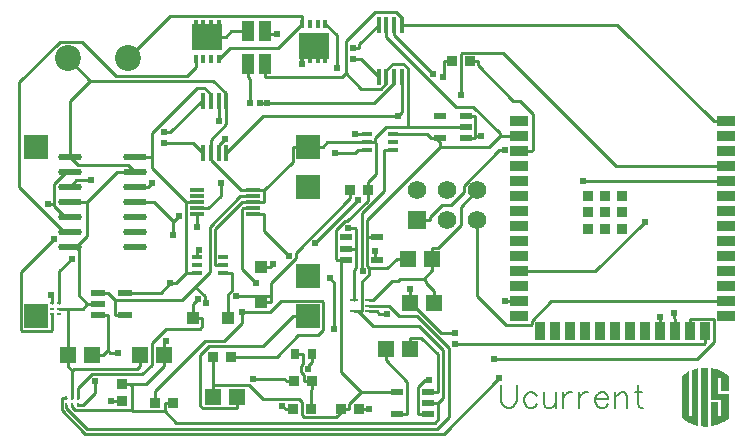
<source format=gtl>
G04 Layer: TopLayer*
G04 EasyEDA v6.5.46, 2025-04-11 15:52:01*
G04 898f7cb4de8248389c9d67f31726504a,899b5eb0d7ee4baeb7bb73a579ea36e5,10*
G04 Gerber Generator version 0.2*
G04 Scale: 100 percent, Rotated: No, Reflected: No *
G04 Dimensions in millimeters *
G04 leading zeros omitted , absolute positions ,4 integer and 5 decimal *
%FSLAX45Y45*%
%MOMM*%

%AMMACRO1*21,1,$1,$2,0,0,$3*%
%ADD10C,0.2032*%
%ADD11C,0.2540*%
%ADD12MACRO1,1.35X1.41X90.0000*%
%ADD13MACRO1,1.35X1.41X-90.0000*%
%ADD14R,0.8000X0.9000*%
%ADD15R,1.1000X1.1000*%
%ADD16R,0.4500X0.7000*%
%ADD17R,2.6000X2.2000*%
%ADD18MACRO1,0.54X0.5656X90.0000*%
%ADD19MACRO1,0.54X0.5656X0.0000*%
%ADD20R,0.5400X0.5657*%
%ADD21R,0.2500X0.3500*%
%ADD22R,0.2500X0.4000*%
%ADD23R,0.3500X0.2500*%
%ADD24R,0.4000X0.2500*%
%ADD25R,1.1000X1.7500*%
%ADD26O,0.3800094X1.4500098000000001*%
%ADD27R,0.6800X0.2800*%
%ADD28R,1.1570X0.4900*%
%ADD29R,1.1750X0.4900*%
%ADD30MACRO1,0.864X0.8065X-90.0000*%
%ADD31MACRO1,0.864X0.8065X90.0000*%
%ADD32MACRO1,0.864X0.8065X0.0000*%
%ADD33R,0.8640X0.8065*%
%ADD34R,1.3000X0.3000*%
%ADD35R,1.5000X0.9000*%
%ADD36R,0.9000X1.5000*%
%ADD37R,0.9000X0.9000*%
%ADD38R,1.0000X0.6000*%
%ADD39R,1.1000X0.6000*%
%ADD40R,0.8500X0.3500*%
%ADD41O,2.0379944X0.5739892*%
%ADD42MACRO1,2X2X0.0000*%
%ADD43C,1.5748*%
%ADD44R,1.5748X1.5748*%
%ADD45C,2.2000*%
%ADD46C,0.6096*%
%ADD47C,0.6200*%
%ADD48C,0.0112*%

%LPD*%
G36*
X5955995Y-3191713D02*
G01*
X5917895Y-3191764D01*
X5910122Y-3192170D01*
X5904636Y-3192729D01*
X5901182Y-3193389D01*
X5898540Y-3194456D01*
X5897981Y-3195472D01*
X5897524Y-3207613D01*
X5896914Y-3280460D01*
X5897219Y-3470351D01*
X5898083Y-3689858D01*
X5937148Y-3691229D01*
X5955995Y-3691686D01*
G37*
G36*
X5980938Y-3194659D02*
G01*
X5980938Y-3466795D01*
X6062014Y-3466795D01*
X6062014Y-3599840D01*
X6040170Y-3599840D01*
X6040170Y-3487521D01*
X5980887Y-3487521D01*
X5981141Y-3663899D01*
X5981700Y-3675024D01*
X5982258Y-3681476D01*
X5983071Y-3685184D01*
X5983732Y-3686759D01*
X5985103Y-3687572D01*
X6019139Y-3679291D01*
X6030569Y-3675634D01*
X6042660Y-3671265D01*
X6060592Y-3663746D01*
X6078118Y-3655263D01*
X6086957Y-3650538D01*
X6095441Y-3645712D01*
X6108954Y-3637279D01*
X6115964Y-3632250D01*
X6121654Y-3627729D01*
X6130899Y-3619296D01*
X6130899Y-3416401D01*
X6040170Y-3416401D01*
X6040170Y-3280359D01*
X6062014Y-3280359D01*
X6062167Y-3392830D01*
X6130899Y-3392932D01*
X6130899Y-3263849D01*
X6121958Y-3255721D01*
X6114643Y-3249930D01*
X6106617Y-3244189D01*
X6098032Y-3238703D01*
X6081115Y-3229152D01*
X6061913Y-3219958D01*
X6051499Y-3215589D01*
X6031738Y-3208172D01*
X6018733Y-3204006D01*
X6005220Y-3200146D01*
X5991961Y-3196945D01*
G37*
G36*
X5867552Y-3197606D02*
G01*
X5851906Y-3201619D01*
X5815482Y-3212592D01*
X5815228Y-3599738D01*
X5793384Y-3599738D01*
X5793282Y-3223818D01*
X5771083Y-3236214D01*
X5758586Y-3244189D01*
X5750509Y-3249777D01*
X5730900Y-3264153D01*
X5730900Y-3619042D01*
X5756503Y-3637534D01*
X5765850Y-3643731D01*
X5773166Y-3648201D01*
X5790793Y-3657955D01*
X5806135Y-3665220D01*
X5821629Y-3671468D01*
X5835192Y-3676142D01*
X5847994Y-3679850D01*
X5864098Y-3683965D01*
X5871260Y-3685590D01*
X5871565Y-3685336D01*
X5872022Y-3671315D01*
X5872530Y-3564890D01*
X5871768Y-3373170D01*
X5871006Y-3265424D01*
X5870498Y-3236772D01*
X5869940Y-3219246D01*
X5869178Y-3205784D01*
X5868111Y-3198266D01*
G37*
D10*
X4203700Y-3338321D02*
G01*
X4203700Y-3476752D01*
X4212843Y-3504437D01*
X4231386Y-3522979D01*
X4259072Y-3532123D01*
X4277613Y-3532123D01*
X4305300Y-3522979D01*
X4323841Y-3504437D01*
X4332986Y-3476752D01*
X4332986Y-3338321D01*
X4504690Y-3430523D02*
G01*
X4486402Y-3412236D01*
X4467859Y-3402837D01*
X4440174Y-3402837D01*
X4421631Y-3412236D01*
X4403090Y-3430523D01*
X4393945Y-3458210D01*
X4393945Y-3476752D01*
X4403090Y-3504437D01*
X4421631Y-3522979D01*
X4440174Y-3532123D01*
X4467859Y-3532123D01*
X4486402Y-3522979D01*
X4504690Y-3504437D01*
X4565650Y-3402837D02*
G01*
X4565650Y-3495294D01*
X4575047Y-3522979D01*
X4593590Y-3532123D01*
X4621275Y-3532123D01*
X4639563Y-3522979D01*
X4667250Y-3495294D01*
X4667250Y-3402837D02*
G01*
X4667250Y-3532123D01*
X4728209Y-3402837D02*
G01*
X4728209Y-3532123D01*
X4728209Y-3458210D02*
G01*
X4737608Y-3430523D01*
X4756150Y-3412236D01*
X4774438Y-3402837D01*
X4802124Y-3402837D01*
X4863084Y-3402837D02*
G01*
X4863084Y-3532123D01*
X4863084Y-3458210D02*
G01*
X4872481Y-3430523D01*
X4890770Y-3412236D01*
X4909311Y-3402837D01*
X4936997Y-3402837D01*
X4997958Y-3458210D02*
G01*
X5108956Y-3458210D01*
X5108956Y-3439921D01*
X5099558Y-3421379D01*
X5090413Y-3412236D01*
X5071872Y-3402837D01*
X5044186Y-3402837D01*
X5025643Y-3412236D01*
X5007356Y-3430523D01*
X4997958Y-3458210D01*
X4997958Y-3476752D01*
X5007356Y-3504437D01*
X5025643Y-3522979D01*
X5044186Y-3532123D01*
X5071872Y-3532123D01*
X5090413Y-3522979D01*
X5108956Y-3504437D01*
X5169915Y-3402837D02*
G01*
X5169915Y-3532123D01*
X5169915Y-3439921D02*
G01*
X5197602Y-3412236D01*
X5215890Y-3402837D01*
X5243829Y-3402837D01*
X5262118Y-3412236D01*
X5271515Y-3439921D01*
X5271515Y-3532123D01*
X5360161Y-3338321D02*
G01*
X5360161Y-3495294D01*
X5369306Y-3522979D01*
X5387847Y-3532123D01*
X5406390Y-3532123D01*
X5332475Y-3402837D02*
G01*
X5396991Y-3402837D01*
D11*
X5416727Y-1956714D02*
G01*
X4999050Y-2374392D01*
X4357395Y-2374392D01*
X1102410Y-1663700D02*
G01*
X1211300Y-1663700D01*
X1246962Y-1628038D01*
X1631899Y-1890725D02*
G01*
X1631695Y-1890928D01*
X1631695Y-2000935D01*
X5549900Y-2883407D02*
G01*
X5549900Y-2764053D01*
X5547004Y-2761157D01*
X5676900Y-2780436D02*
G01*
X5668187Y-2771724D01*
X5668187Y-2725953D01*
X1829587Y-1626057D02*
G01*
X1829587Y-1735988D01*
X1724863Y-1840712D01*
X1631899Y-1840712D02*
G01*
X1724863Y-1840712D01*
X5676900Y-2883407D02*
G01*
X5676900Y-2780436D01*
X2128697Y-2474823D02*
G01*
X2008809Y-2354935D01*
X2008809Y-1848535D01*
X2016633Y-1840712D01*
X2101900Y-1840712D01*
X5930900Y-2880410D02*
G01*
X5930900Y-2983356D01*
X5930900Y-2983356D02*
G01*
X5920892Y-2993364D01*
X3809212Y-2993364D01*
X2403475Y-2243937D02*
G01*
X2194864Y-2035327D01*
X2194864Y-1890699D01*
X2101900Y-1890699D02*
G01*
X2194864Y-1890699D01*
X2751912Y-2437003D02*
G01*
X2789910Y-2475001D01*
X2789910Y-2866821D01*
X2789936Y-2866821D01*
X5803900Y-2780436D02*
G01*
X5806998Y-2777337D01*
X5996609Y-2777337D01*
X6004001Y-2784729D01*
X6004001Y-2971800D01*
X5858027Y-3117773D01*
X4140479Y-3117773D01*
X5803900Y-2883407D02*
G01*
X5803900Y-2780436D01*
X990600Y-3478936D02*
G01*
X919429Y-3478936D01*
X919429Y-3478936D02*
G01*
X900125Y-3478936D01*
X3285007Y-1347698D02*
G01*
X3214547Y-1347698D01*
X2996336Y-3543300D02*
G01*
X3084677Y-3543300D01*
X3029686Y-2376855D02*
G01*
X3021177Y-2368346D01*
X3021177Y-1886686D01*
X3214547Y-1693316D01*
X3214547Y-1347698D01*
X1916836Y-3098800D02*
G01*
X2302992Y-3098800D01*
X2485136Y-2916656D01*
X2654757Y-2916656D01*
X2694813Y-2876600D01*
X2694813Y-2636520D01*
X2686100Y-2627807D01*
X2342083Y-2627807D01*
X2245944Y-2723946D01*
X2010638Y-2723946D01*
X1629892Y-2259101D02*
G01*
X1629892Y-2214219D01*
X1648891Y-2195220D01*
X2010638Y-2723946D02*
G01*
X2010638Y-2814396D01*
X1856409Y-2968625D01*
X1692681Y-2968625D01*
X1270863Y-3390442D01*
X1270863Y-3492500D01*
X4357395Y-1358392D02*
G01*
X4460366Y-1358392D01*
X4004411Y-596900D02*
G01*
X4004411Y-631037D01*
X4307230Y-933856D01*
X4360062Y-933856D01*
X4473117Y-1046911D01*
X4473117Y-1345641D01*
X4460366Y-1358392D01*
X3936136Y-596900D02*
G01*
X4004411Y-596900D01*
X2892602Y-2184400D02*
G01*
X2975559Y-2184400D01*
X2975559Y-2184400D02*
G01*
X2975686Y-2184527D01*
X2975686Y-2348052D01*
X2958591Y-2365146D01*
X2958591Y-2617012D01*
X413207Y-1806752D02*
G01*
X413207Y-1639570D01*
X516077Y-1536700D01*
X548589Y-1536700D01*
X548589Y-1917700D02*
G01*
X509168Y-1917700D01*
X413207Y-1821738D01*
X413207Y-1806752D01*
X2906268Y-2013483D02*
G01*
X2968294Y-2013483D01*
X2975686Y-2020874D01*
X2975686Y-2184272D01*
X2975559Y-2184400D01*
X413207Y-1806752D02*
G01*
X366242Y-1806752D01*
X2203602Y-345109D02*
G01*
X2222931Y-364439D01*
X2308402Y-364439D01*
X2308402Y-364464D01*
X1810512Y-1375689D02*
G01*
X1810512Y-1310944D01*
X1864309Y-1257147D01*
X3064992Y-1347698D02*
G01*
X2994533Y-1347698D01*
X3626713Y-704926D02*
G01*
X3296411Y-374624D01*
X3296411Y-288010D01*
X2994533Y-1347698D02*
G01*
X2963951Y-1378280D01*
X2798470Y-1378280D01*
X1810512Y-935710D02*
G01*
X1810512Y-1101369D01*
X1813305Y-1104163D01*
X567334Y-2272969D02*
G01*
X461797Y-2378506D01*
X461797Y-2642412D01*
X2370988Y-3543300D02*
G01*
X2370988Y-3534333D01*
X2351176Y-3514521D01*
X401777Y-2642412D02*
G01*
X401777Y-2591180D01*
X391795Y-2581198D01*
X2439263Y-3543300D02*
G01*
X2370988Y-3543300D01*
X401777Y-2742412D02*
G01*
X401777Y-2876600D01*
X394385Y-2883992D01*
X145999Y-2883992D01*
X138607Y-2876600D01*
X138607Y-2382824D01*
X419227Y-2102205D01*
X729691Y-1605559D02*
G01*
X606729Y-1605559D01*
X548589Y-1663700D01*
X521512Y-3449802D02*
G01*
X481050Y-3449802D01*
X4357395Y-2628392D02*
G01*
X4254423Y-2628392D01*
X4254423Y-2628392D02*
G01*
X4234154Y-2628392D01*
X481050Y-3449802D02*
G01*
X480745Y-3450107D01*
X480745Y-3554577D01*
X679577Y-3753408D01*
X3715537Y-3753408D01*
X4186631Y-3282314D01*
X521512Y-3509822D02*
G01*
X521512Y-3537686D01*
X695070Y-3711244D01*
X3656152Y-3711244D01*
X3758641Y-3608755D01*
X3758641Y-3028416D01*
X3488867Y-2758643D01*
X3341573Y-2758643D01*
X3249955Y-2667025D01*
X3086608Y-2667025D01*
X661974Y-3509822D02*
G01*
X765784Y-3406012D01*
X765784Y-3305022D01*
X621512Y-3509822D02*
G01*
X661974Y-3509822D01*
X3234613Y-2734513D02*
G01*
X3166084Y-2734513D01*
X3148584Y-2717012D01*
X3086608Y-2717012D02*
G01*
X3148584Y-2717012D01*
X1428572Y-1953895D02*
G01*
X1428572Y-2067458D01*
X1102410Y-1790700D02*
G01*
X1265377Y-1790700D01*
X1428572Y-1953895D01*
X1428572Y-1953895D02*
G01*
X1437335Y-1953895D01*
X1478254Y-1912975D01*
X3166389Y-288010D02*
G01*
X3001365Y-453034D01*
X3001365Y-490118D01*
X2946400Y-490118D02*
G01*
X3001365Y-490118D01*
X3166389Y-727989D02*
G01*
X3015081Y-576681D01*
X2946400Y-576681D01*
X1680489Y-935710D02*
G01*
X1666773Y-935710D01*
X1401165Y-1201318D01*
X1346200Y-1201318D02*
G01*
X1401165Y-1201318D01*
X1680489Y-1375689D02*
G01*
X1592681Y-1287881D01*
X1346200Y-1287881D01*
X2063597Y-735558D02*
G01*
X2077618Y-749579D01*
X2077618Y-952500D01*
X2063597Y-620090D02*
G01*
X2063597Y-735558D01*
X3296411Y-727989D02*
G01*
X3296411Y-784377D01*
X3128289Y-952500D01*
X2220442Y-952500D01*
X2164181Y-952500D02*
G01*
X2220442Y-952500D01*
X3152597Y-2279395D02*
G01*
X3131845Y-2258644D01*
X3131845Y-2202967D01*
X2811754Y-657834D02*
G01*
X2811754Y-379856D01*
X2713710Y-281812D01*
X2063597Y-345109D02*
G01*
X1919147Y-345109D01*
X1872462Y-391795D01*
X1793494Y-391795D02*
G01*
X1872462Y-391795D01*
X1793494Y-391795D02*
G01*
X1714500Y-391795D01*
X1714500Y-391795D02*
G01*
X1664030Y-391795D01*
X1616989Y-344754D01*
X1616989Y-281812D02*
G01*
X1616989Y-344754D01*
X1616989Y-644753D02*
G01*
X1540179Y-721563D01*
X940917Y-721563D01*
X652348Y-432993D01*
X467766Y-432993D01*
X124460Y-776300D01*
X124460Y-1664309D01*
X504850Y-2044700D01*
X548589Y-2044700D01*
X1616989Y-581812D02*
G01*
X1616989Y-644753D01*
X2518689Y-218820D02*
G01*
X2512847Y-212979D01*
X1399920Y-212979D01*
X1041400Y-571500D01*
X2518689Y-281812D02*
G01*
X2518689Y-218820D01*
X1812010Y-581812D02*
G01*
X1909724Y-484098D01*
X2316403Y-484098D01*
X2518689Y-281812D01*
X3492500Y-1943100D02*
G01*
X3599205Y-1943100D01*
X6107404Y-1612392D02*
G01*
X4893360Y-1612392D01*
X3599205Y-1943100D02*
G01*
X3599205Y-1916429D01*
X3699535Y-1816100D01*
X3778021Y-1816100D01*
X3887927Y-1706194D01*
X3887927Y-1650593D01*
X4188612Y-1349908D01*
X4235627Y-1349908D01*
X3717188Y-596900D02*
G01*
X3717188Y-731443D01*
X3713276Y-735355D01*
X3785463Y-596900D02*
G01*
X3717188Y-596900D01*
X6107404Y-1485392D02*
G01*
X5177688Y-1485392D01*
X4217898Y-525602D01*
X3875100Y-525602D01*
X3863847Y-536854D01*
X3863847Y-883285D01*
X6107404Y-2628392D02*
G01*
X6004433Y-2628392D01*
X4000500Y-1943100D02*
G01*
X4000500Y-2583357D01*
X4245635Y-2828493D01*
X4453254Y-2828493D01*
X4460646Y-2821101D01*
X4460646Y-2796946D01*
X4629200Y-2628392D01*
X6004433Y-2628392D01*
X2171700Y-2339212D02*
G01*
X2254656Y-2339212D01*
X2254656Y-2339212D02*
G01*
X2254656Y-2336012D01*
X2273934Y-2316734D01*
X2994990Y-1772386D02*
G01*
X2627401Y-2139975D01*
X3064992Y-1217701D02*
G01*
X2961513Y-1217701D01*
X1849907Y-2389098D02*
G01*
X1920367Y-2389098D01*
X1889912Y-2768600D02*
G01*
X1889912Y-2685643D01*
X1920367Y-2389098D02*
G01*
X1920367Y-2540787D01*
X1889912Y-2571242D01*
X1889912Y-2685643D01*
X1589912Y-2768600D02*
G01*
X1672869Y-2768600D01*
X621512Y-3449802D02*
G01*
X621512Y-3401821D01*
X2921863Y-1689100D02*
G01*
X2921863Y-1760270D01*
X2171700Y-2639212D02*
G01*
X2254656Y-2639212D01*
X1634515Y-2609824D02*
G01*
X1589912Y-2654427D01*
X1589912Y-2768600D01*
X2254656Y-2586558D02*
G01*
X1957400Y-2586558D01*
X2254656Y-2586558D02*
G01*
X2254656Y-2639212D01*
X1672869Y-2768600D02*
G01*
X1672869Y-2844292D01*
X1649095Y-2868066D01*
X1363345Y-2868066D01*
X1244472Y-2986938D01*
X1244472Y-3166237D01*
X1164234Y-3246475D01*
X741527Y-3246475D01*
X621512Y-3366490D01*
X621512Y-3401821D01*
X2254656Y-2586558D02*
G01*
X2254656Y-2475585D01*
X2462022Y-2268220D01*
X2462022Y-2220112D01*
X2921863Y-1760270D01*
X2589936Y-3543300D02*
G01*
X2589936Y-3385870D01*
X2602636Y-3373170D01*
X2602636Y-3337585D02*
G01*
X2602636Y-3373170D01*
X2602636Y-3337585D02*
G01*
X2602636Y-3302000D01*
X2457297Y-3073400D02*
G01*
X2525268Y-3073400D01*
X2602636Y-3302000D02*
G01*
X2534335Y-3302000D01*
X2525268Y-3073400D02*
G01*
X2525268Y-3160674D01*
X2508478Y-3177463D01*
X2508478Y-3225977D01*
X2534335Y-3251835D01*
X2534335Y-3302000D01*
X786333Y-2559304D02*
G01*
X872159Y-2559304D01*
X1017066Y-2749295D02*
G01*
X930351Y-2749295D01*
X930351Y-2749295D02*
G01*
X930351Y-2617495D01*
X930351Y-2617495D02*
G01*
X872159Y-2559304D01*
X2597302Y-3146374D02*
G01*
X2567025Y-3176651D01*
X2567025Y-3201720D01*
X2597302Y-3073400D02*
G01*
X2597302Y-3146374D01*
X1703628Y-2649245D02*
G01*
X1693062Y-2638679D01*
X1693062Y-2585542D01*
X1614703Y-2507157D01*
X2101900Y-1740712D02*
G01*
X1995957Y-1740712D01*
X1735226Y-2001443D01*
X1735226Y-2386634D01*
X1614703Y-2507157D01*
X1614703Y-2507157D02*
G01*
X1504365Y-2617495D01*
X930351Y-2617495D01*
X3327679Y-1062710D02*
G01*
X3361410Y-1028979D01*
X3361410Y-727989D01*
X1875510Y-1375689D02*
G01*
X2188489Y-1062710D01*
X3327679Y-1062710D01*
X3435375Y-2528239D02*
G01*
X3430600Y-2533014D01*
X3430600Y-2587294D01*
X3430600Y-2587294D02*
G01*
X3430600Y-2641600D01*
X3430600Y-2587294D02*
G01*
X3430600Y-2635300D01*
X3696360Y-2901061D01*
X3816121Y-2901061D01*
X3584422Y-3587495D02*
G01*
X3501440Y-3587495D01*
X3501440Y-3587495D02*
G01*
X3501313Y-3587369D01*
X3501313Y-3354933D01*
X3558031Y-3298215D01*
X3588410Y-3298215D01*
X3584422Y-3397504D02*
G01*
X3667379Y-3397504D01*
X3427399Y-3035300D02*
G01*
X3427399Y-2939821D01*
X3427399Y-2939821D02*
G01*
X3527958Y-2939821D01*
X3667379Y-3079242D01*
X3667379Y-3397504D01*
X3324377Y-3587495D02*
G01*
X3407359Y-3587495D01*
X3227400Y-3035300D02*
G01*
X3227400Y-3130753D01*
X3227400Y-3130753D02*
G01*
X3407486Y-3310839D01*
X3407486Y-3587369D01*
X3407359Y-3587495D01*
X3152597Y-2089404D02*
G01*
X3069640Y-2089404D01*
X3417900Y-2273300D02*
G01*
X3319424Y-2273300D01*
X3285007Y-1217701D02*
G01*
X3576345Y-1217701D01*
X3609340Y-1250695D01*
X3687292Y-1250695D02*
G01*
X3648329Y-1250695D01*
X3648329Y-1250695D02*
G01*
X3609340Y-1250695D01*
X1421536Y-3492500D02*
G01*
X1353235Y-3492500D01*
X1344599Y-3086100D02*
G01*
X1344599Y-3181553D01*
X4192168Y-1231392D02*
G01*
X4357395Y-1231392D01*
X1017066Y-2559304D02*
G01*
X1060424Y-2559304D01*
X3584422Y-3492500D02*
G01*
X3667379Y-3492500D01*
X1344599Y-3181553D02*
G01*
X1197889Y-3328263D01*
X1061770Y-3328263D01*
X1244727Y-1409700D02*
G01*
X1244727Y-1207338D01*
X1629384Y-822680D01*
X1689023Y-822680D01*
X1745513Y-879170D01*
X1745513Y-935710D01*
X1244727Y-1409700D02*
G01*
X1102410Y-1409700D01*
X2989579Y-2717012D02*
G01*
X3020568Y-2717012D01*
X1026185Y-3328263D02*
G01*
X1061770Y-3328263D01*
X1026185Y-3328263D02*
G01*
X990600Y-3328263D01*
X1344599Y-3086100D02*
G01*
X1344599Y-2990621D01*
X1365732Y-2969488D02*
G01*
X1344599Y-2990621D01*
X1060424Y-2559304D02*
G01*
X1319225Y-2559304D01*
X1399920Y-2478608D01*
X2989579Y-2717012D02*
G01*
X2958591Y-2717012D01*
X3686987Y-1327302D02*
G01*
X3069640Y-1944649D01*
X3069640Y-2089404D01*
X3648329Y-1250695D02*
G01*
X3686987Y-1289354D01*
X3686987Y-1327302D01*
X3686987Y-1327302D02*
G01*
X4096258Y-1327302D01*
X4192168Y-1231392D01*
X3088233Y-2352573D02*
G01*
X3240150Y-2352573D01*
X3319424Y-2273300D01*
X3020568Y-2717012D02*
G01*
X3020695Y-2716885D01*
X3020695Y-2468676D01*
X3088233Y-2401138D01*
X3088233Y-2352573D01*
X3088233Y-2352573D02*
G01*
X3069513Y-2333853D01*
X3069513Y-2089530D01*
X3069640Y-2089404D01*
X1061770Y-3328263D02*
G01*
X1079169Y-3345662D01*
X1079169Y-3555364D01*
X1079169Y-3555364D02*
G01*
X1079093Y-3555441D01*
X597433Y-3555441D01*
X571525Y-3529533D01*
X571525Y-3509822D01*
X3667379Y-3492500D02*
G01*
X3708374Y-3451504D01*
X3708374Y-3041675D01*
X3510076Y-2843377D01*
X3115945Y-2843377D01*
X2989579Y-2717012D01*
X1079169Y-3555364D02*
G01*
X1087602Y-3563797D01*
X1353235Y-3563797D01*
X1353235Y-3492500D02*
G01*
X1353235Y-3563797D01*
X1353235Y-3563797D02*
G01*
X1451330Y-3661892D01*
X3640581Y-3661892D01*
X3671849Y-3630625D01*
X3671849Y-3496970D01*
X3667379Y-3492500D01*
X3231413Y-288010D02*
G01*
X3231413Y-392429D01*
X3824427Y-985443D01*
X3968191Y-985443D01*
X4192168Y-1209420D01*
X4192168Y-1231392D01*
X1399920Y-2478608D02*
G01*
X1447292Y-2478608D01*
X1536801Y-2389098D01*
X1536801Y-2389098D02*
G01*
X1629892Y-2389098D01*
X1536801Y-2389098D02*
G01*
X1536801Y-1790700D01*
X1631899Y-1790700D02*
G01*
X1536801Y-1790700D01*
X1536801Y-1790700D02*
G01*
X1244727Y-1498625D01*
X1244727Y-1409700D01*
X3936187Y-1060704D02*
G01*
X3985285Y-1060704D01*
X3907307Y-1250695D02*
G01*
X3985259Y-1250695D01*
X3936187Y-1060704D02*
G01*
X3907307Y-1060704D01*
X1966899Y-3441700D02*
G01*
X1966899Y-3537153D01*
X2437434Y-2755900D02*
G01*
X2183917Y-3009417D01*
X1731721Y-3009417D01*
X1653717Y-3087420D01*
X1653717Y-3513353D01*
X1677644Y-3537280D01*
X1966772Y-3537280D01*
X1966899Y-3537153D01*
X2565400Y-2755900D02*
G01*
X2437434Y-2755900D01*
X3985640Y-1234135D02*
G01*
X4036364Y-1234135D01*
X3985259Y-1250695D02*
G01*
X3985640Y-1250314D01*
X3985640Y-1234135D01*
X3985640Y-1234135D02*
G01*
X3985640Y-1061059D01*
X3985285Y-1060704D01*
X1102410Y-1536700D02*
G01*
X1045616Y-1479905D01*
X618794Y-1479905D01*
X548589Y-1409700D01*
X2101900Y-1790725D02*
G01*
X2194864Y-1790725D01*
X2143328Y-1690700D02*
G01*
X2184755Y-1690700D01*
X2143328Y-1690700D02*
G01*
X2101900Y-1690700D01*
X3072536Y-1617929D02*
G01*
X3139389Y-1551076D01*
X3139389Y-1286611D01*
X3135477Y-1282700D01*
X3072536Y-1689100D02*
G01*
X3072536Y-1617929D01*
X3617899Y-2273300D02*
G01*
X3617899Y-2368753D01*
X2565400Y-1320800D02*
G01*
X2437434Y-1320800D01*
X2203602Y-620090D02*
G01*
X2203602Y-735558D01*
X786333Y-2654300D02*
G01*
X700506Y-2654300D01*
X535000Y-3086100D02*
G01*
X535000Y-3181553D01*
X3617899Y-2273300D02*
G01*
X3617899Y-2177821D01*
X3630599Y-2641600D02*
G01*
X3630599Y-2546121D01*
X571525Y-3449802D02*
G01*
X571525Y-3218078D01*
X571525Y-3218078D02*
G01*
X535000Y-3181553D01*
X1766163Y-3098800D02*
G01*
X1766163Y-3169970D01*
X1144600Y-3123692D02*
G01*
X1144600Y-3181553D01*
X1144600Y-3123692D02*
G01*
X1144600Y-3086100D01*
X1745513Y-1375689D02*
G01*
X1745513Y-1263370D01*
X1875510Y-1133373D01*
X1875510Y-935710D01*
X548589Y-1790700D02*
G01*
X692530Y-1790700D01*
X600075Y-2171700D02*
G01*
X548589Y-2171700D01*
X692530Y-1790700D02*
G01*
X692530Y-2079244D01*
X600075Y-2171700D01*
X3100247Y-1282700D02*
G01*
X3135477Y-1282700D01*
X3100247Y-1282700D02*
G01*
X3064992Y-1282700D01*
X2565400Y-1320800D02*
G01*
X2693365Y-1320800D01*
X1849907Y-2324100D02*
G01*
X1779447Y-2324100D01*
X2101900Y-1790725D02*
G01*
X2008936Y-1790725D01*
X6107404Y-1104392D02*
G01*
X6004433Y-1104392D01*
X3086608Y-2617012D02*
G01*
X3117595Y-2617012D01*
X3072536Y-1689100D02*
G01*
X3072536Y-1760270D01*
X724280Y-762380D02*
G01*
X548589Y-938072D01*
X548589Y-1409700D01*
X533400Y-571500D02*
G01*
X724280Y-762380D01*
X724280Y-762380D02*
G01*
X1767204Y-762380D01*
X1875510Y-870686D01*
X1875510Y-935710D01*
X2194991Y-1690700D02*
G01*
X2194991Y-1790598D01*
X2194864Y-1790725D01*
X2184755Y-1690700D02*
G01*
X2194991Y-1690700D01*
X2845663Y-3543300D02*
G01*
X2879826Y-3543300D01*
X2879826Y-3543300D02*
G01*
X2913964Y-3543300D01*
X3617899Y-2177821D02*
G01*
X3665626Y-2177821D01*
X3860139Y-1983308D01*
X3860139Y-1829460D01*
X4000500Y-1689100D01*
X1766163Y-3169970D02*
G01*
X1766900Y-3170707D01*
X1766900Y-3340404D01*
X1766900Y-3340404D02*
G01*
X1766900Y-3441700D01*
X2194991Y-1690700D02*
G01*
X2437434Y-1448257D01*
X2437434Y-1320800D01*
X6004433Y-1104392D02*
G01*
X5188051Y-288010D01*
X3361410Y-288010D01*
X3064992Y-1282700D02*
G01*
X2994533Y-1282700D01*
X3617899Y-2368753D02*
G01*
X3546678Y-2439974D01*
X3630599Y-2546121D02*
G01*
X3563315Y-2478836D01*
X3563315Y-2456637D01*
X3546678Y-2439974D01*
X2693365Y-1320800D02*
G01*
X2731465Y-1282700D01*
X2994533Y-1282700D01*
X1745513Y-1375689D02*
G01*
X1745513Y-1436217D01*
X1999995Y-1690700D01*
X2101900Y-1690700D01*
X2008936Y-1790725D02*
G01*
X1777949Y-2021712D01*
X1777949Y-2322601D01*
X1779447Y-2324100D01*
X2892602Y-2279395D02*
G01*
X2851124Y-2279395D01*
X2851124Y-2279395D02*
G01*
X2809646Y-2279395D01*
X3324377Y-3397504D02*
G01*
X3018840Y-3397504D01*
X3018840Y-3397504D02*
G01*
X2913964Y-3502380D01*
X2913964Y-3543300D01*
X2851124Y-2279395D02*
G01*
X2851124Y-3229787D01*
X3018840Y-3397504D01*
X3411270Y-1155700D02*
G01*
X3411270Y-657758D01*
X3373043Y-619531D01*
X3283458Y-619531D01*
X3231413Y-671576D01*
X3231413Y-727989D01*
X3907307Y-1155700D02*
G01*
X3411270Y-1155700D01*
X3411270Y-1155700D02*
G01*
X3230346Y-1155700D01*
X3135477Y-1250569D01*
X3135477Y-1282700D01*
X3546678Y-2439974D02*
G01*
X3546652Y-2439974D01*
X3462934Y-2439974D01*
X3461765Y-2441143D01*
X3350742Y-2441143D01*
X3332632Y-2459253D01*
X3275355Y-2459253D01*
X3117595Y-2617012D01*
X1144600Y-3181553D02*
G01*
X1120444Y-3205708D01*
X583895Y-3205708D01*
X571525Y-3218078D01*
X692530Y-1790700D02*
G01*
X946530Y-1536700D01*
X1102410Y-1536700D01*
X2203602Y-735558D02*
G01*
X2855213Y-735558D01*
X2889478Y-701294D01*
X3231413Y-727989D02*
G01*
X3231413Y-783615D01*
X3184118Y-830910D01*
X3019094Y-830910D01*
X2889478Y-701294D01*
X2889478Y-701294D02*
G01*
X2889478Y-428244D01*
X3135096Y-182626D01*
X3313531Y-182626D01*
X3361410Y-230504D01*
X3361410Y-288010D01*
X535000Y-3086100D02*
G01*
X535000Y-2990621D01*
X535000Y-2692425D02*
G01*
X535000Y-2990621D01*
X461797Y-2692425D02*
G01*
X535000Y-2692425D01*
X535000Y-2692425D02*
G01*
X662381Y-2692425D01*
X700506Y-2654300D01*
X700506Y-2654300D02*
G01*
X625881Y-2579674D01*
X625881Y-2197506D01*
X600075Y-2171700D01*
X3072536Y-1760270D02*
G01*
X3072536Y-1777669D01*
X2895269Y-1954936D01*
X2882011Y-1954936D01*
X2805760Y-2031187D01*
X2805760Y-2275509D01*
X2809646Y-2279395D01*
X2879826Y-3543300D02*
G01*
X2808554Y-3614572D01*
X2537968Y-3614572D01*
X2514117Y-3590721D01*
X2514117Y-3479393D01*
X2490698Y-3455974D01*
X2187778Y-3455974D01*
X2072208Y-3340404D01*
X1766900Y-3340404D01*
X734999Y-3086100D02*
G01*
X833475Y-3086100D01*
X786333Y-2749295D02*
G01*
X872159Y-2749295D01*
X2383688Y-3302000D02*
G01*
X2370810Y-3289122D01*
X2103729Y-3289122D01*
X957046Y-3067227D02*
G01*
X891971Y-3067227D01*
X872159Y-3047415D01*
X833475Y-3086100D02*
G01*
X872159Y-3047415D01*
X872159Y-3047415D02*
G01*
X872159Y-2749295D01*
X2451963Y-3302000D02*
G01*
X2383688Y-3302000D01*
D12*
G01*
X735002Y-3086100D03*
G01*
X534997Y-3086100D03*
G01*
X1966902Y-3441700D03*
G01*
X1766897Y-3441700D03*
G01*
X1344602Y-3086100D03*
G01*
X1144597Y-3086100D03*
D13*
G01*
X3417897Y-2273300D03*
G01*
X3617902Y-2273300D03*
G01*
X3227397Y-3035300D03*
G01*
X3427402Y-3035300D03*
G01*
X3430597Y-2641600D03*
G01*
X3630602Y-2641600D03*
D14*
G01*
X2597302Y-3073400D03*
G01*
X2457297Y-3073400D03*
D15*
G01*
X1589912Y-2768600D03*
G01*
X1889912Y-2768600D03*
G01*
X2171700Y-2639212D03*
G01*
X2171700Y-2339212D03*
D16*
G01*
X1616989Y-581812D03*
G01*
X1682013Y-581812D03*
G01*
X1746986Y-581812D03*
G01*
X1812010Y-581812D03*
G01*
X1812010Y-281812D03*
G01*
X1746986Y-281812D03*
G01*
X1682013Y-281812D03*
G01*
X1616989Y-281812D03*
D17*
G01*
X1714500Y-391795D03*
D16*
G01*
X2713710Y-281812D03*
G01*
X2648686Y-281812D03*
G01*
X2583713Y-281812D03*
G01*
X2518689Y-281812D03*
G01*
X2518689Y-581812D03*
G01*
X2583713Y-581812D03*
G01*
X2648686Y-581812D03*
G01*
X2713710Y-581812D03*
D17*
G01*
X2616200Y-471804D03*
D18*
G01*
X2164182Y-952500D03*
G01*
X2077617Y-952500D03*
D19*
G01*
X1346200Y-1287882D03*
D20*
G01*
X1346200Y-1201318D03*
D19*
G01*
X2946400Y-576682D03*
D20*
G01*
X2946400Y-490118D03*
D21*
G01*
X621512Y-3509822D03*
G01*
X571525Y-3509822D03*
G01*
X521512Y-3509822D03*
G01*
X521512Y-3449802D03*
G01*
X571525Y-3449802D03*
D22*
G01*
X621512Y-3449802D03*
D23*
G01*
X401777Y-2742412D03*
G01*
X401777Y-2692425D03*
G01*
X401777Y-2642412D03*
G01*
X461797Y-2642412D03*
G01*
X461797Y-2692425D03*
D24*
G01*
X461797Y-2742412D03*
D25*
G01*
X2203602Y-345109D03*
G01*
X2063597Y-345109D03*
G01*
X2063597Y-620090D03*
G01*
X2203602Y-620090D03*
D26*
G01*
X1680489Y-1375689D03*
G01*
X1745513Y-1375689D03*
G01*
X1810512Y-1375689D03*
G01*
X1875510Y-1375689D03*
G01*
X1680489Y-935710D03*
G01*
X1745513Y-935710D03*
G01*
X1810512Y-935710D03*
G01*
X1875510Y-935710D03*
G01*
X3166389Y-727989D03*
G01*
X3231413Y-727989D03*
G01*
X3296411Y-727989D03*
G01*
X3361410Y-727989D03*
G01*
X3166389Y-288010D03*
G01*
X3231413Y-288010D03*
G01*
X3296411Y-288010D03*
G01*
X3361410Y-288010D03*
D27*
G01*
X2958591Y-2717012D03*
G01*
X2958591Y-2617012D03*
G01*
X3086608Y-2617012D03*
G01*
X3086608Y-2667025D03*
G01*
X3086608Y-2717012D03*
D28*
G01*
X786333Y-2559304D03*
G01*
X786333Y-2654300D03*
G01*
X786333Y-2749295D03*
D29*
G01*
X1017066Y-2749295D03*
G01*
X1017066Y-2559304D03*
D30*
G01*
X2451975Y-3302000D03*
G01*
X2602624Y-3302000D03*
D31*
G01*
X2589924Y-3543300D03*
G01*
X2439275Y-3543300D03*
G01*
X3936124Y-596900D03*
G01*
X3785475Y-596900D03*
G01*
X1916824Y-3098800D03*
G01*
X1766175Y-3098800D03*
G01*
X1421524Y-3492500D03*
G01*
X1270875Y-3492500D03*
D32*
G01*
X990600Y-3328275D03*
D33*
G01*
X990600Y-3478936D03*
D31*
G01*
X2996324Y-3543300D03*
G01*
X2845675Y-3543300D03*
D30*
G01*
X2921875Y-1689100D03*
G01*
X3072524Y-1689100D03*
D34*
G01*
X2101900Y-1890699D03*
G01*
X2101900Y-1840712D03*
G01*
X2101900Y-1790725D03*
G01*
X2101900Y-1740712D03*
G01*
X2101900Y-1690700D03*
G01*
X1631899Y-1690725D03*
G01*
X1631899Y-1740712D03*
G01*
X1631899Y-1790700D03*
G01*
X1631899Y-1840712D03*
G01*
X1631899Y-1890725D03*
D35*
G01*
X4357395Y-1104392D03*
G01*
X4357395Y-1231392D03*
G01*
X4357395Y-1358392D03*
G01*
X4357395Y-1485392D03*
G01*
X4357395Y-1612392D03*
G01*
X4357395Y-1739392D03*
G01*
X4357395Y-1866392D03*
G01*
X4357395Y-1993392D03*
G01*
X4357395Y-2120392D03*
G01*
X4357395Y-2247392D03*
G01*
X4357395Y-2374392D03*
G01*
X4357395Y-2501392D03*
G01*
X4357395Y-2628392D03*
G01*
X4357395Y-2755392D03*
D36*
G01*
X4533900Y-2883407D03*
G01*
X4660900Y-2883407D03*
G01*
X4787900Y-2883407D03*
G01*
X4914900Y-2883407D03*
G01*
X5041900Y-2883407D03*
G01*
X5168900Y-2883407D03*
G01*
X5295900Y-2883407D03*
G01*
X5422900Y-2883407D03*
G01*
X5549900Y-2883407D03*
G01*
X5676900Y-2883407D03*
G01*
X5803900Y-2883407D03*
G01*
X5930900Y-2880410D03*
D35*
G01*
X6107404Y-2755392D03*
G01*
X6107404Y-2628392D03*
G01*
X6107404Y-2501392D03*
G01*
X6107404Y-2374392D03*
G01*
X6107404Y-2247392D03*
G01*
X6107404Y-2120392D03*
G01*
X6107404Y-1993392D03*
G01*
X6107404Y-1866392D03*
G01*
X6107404Y-1739392D03*
G01*
X6107404Y-1612392D03*
G01*
X6107404Y-1485392D03*
G01*
X6107404Y-1358392D03*
G01*
X6107404Y-1231392D03*
G01*
X6107404Y-1104392D03*
D37*
G01*
X5222392Y-2016404D03*
G01*
X5082387Y-2016429D03*
G01*
X4942382Y-2016404D03*
G01*
X4942382Y-1736420D03*
G01*
X5082387Y-1736420D03*
G01*
X5222392Y-1736420D03*
G01*
X5222392Y-1876425D03*
G01*
X4942382Y-1876425D03*
G01*
X5082387Y-1876425D03*
D38*
G01*
X3907307Y-1155700D03*
G01*
X3907307Y-1060704D03*
G01*
X3907307Y-1250695D03*
G01*
X3687292Y-1060704D03*
G01*
X3687292Y-1250695D03*
D39*
G01*
X3324377Y-3587495D03*
G01*
X3324377Y-3397504D03*
G01*
X3584422Y-3397504D03*
G01*
X3584422Y-3492500D03*
G01*
X3584422Y-3587495D03*
D40*
G01*
X1849907Y-2389098D03*
G01*
X1849907Y-2324100D03*
G01*
X1849907Y-2259101D03*
G01*
X1629892Y-2259101D03*
G01*
X1629892Y-2324100D03*
G01*
X1629892Y-2389098D03*
G01*
X3064992Y-1217701D03*
G01*
X3064992Y-1282700D03*
G01*
X3064992Y-1347698D03*
G01*
X3285007Y-1347698D03*
G01*
X3285007Y-1282700D03*
G01*
X3285007Y-1217701D03*
D39*
G01*
X3152597Y-2089404D03*
G01*
X3152597Y-2279395D03*
G01*
X2892602Y-2089404D03*
G01*
X2892602Y-2279395D03*
G01*
X2892602Y-2184400D03*
D41*
G01*
X548589Y-1409700D03*
G01*
X548589Y-1536700D03*
G01*
X548589Y-1663700D03*
G01*
X548589Y-1790700D03*
G01*
X548589Y-1917700D03*
G01*
X548589Y-2044700D03*
G01*
X548589Y-2171700D03*
G01*
X1102410Y-1409700D03*
G01*
X1102410Y-1536700D03*
G01*
X1102410Y-1663700D03*
G01*
X1102410Y-1790700D03*
G01*
X1102410Y-1917700D03*
G01*
X1102410Y-2044700D03*
G01*
X1102410Y-2171700D03*
D42*
G01*
X2565400Y-1320800D03*
G01*
X2565400Y-1663700D03*
G01*
X2565400Y-2413000D03*
G01*
X2565400Y-2755900D03*
G01*
X266700Y-1320800D03*
G01*
X266700Y-2755900D03*
D43*
G01*
X4000500Y-1689100D03*
G01*
X4000500Y-1943100D03*
G01*
X3746500Y-1689100D03*
G01*
X3746500Y-1943100D03*
G01*
X3492500Y-1689100D03*
D44*
G01*
X3492500Y-1943100D03*
D45*
G01*
X1041400Y-571500D03*
G01*
X533400Y-571500D03*
D46*
G01*
X957046Y-3067227D03*
G01*
X2103729Y-3289122D03*
G01*
X4036364Y-1234135D03*
G01*
X1365732Y-2969488D03*
G01*
X1399920Y-2478608D03*
G01*
X3588410Y-3298215D03*
G01*
X3816121Y-2901061D03*
G01*
X3435375Y-2528239D03*
G01*
X3327679Y-1062710D03*
G01*
X1703628Y-2649245D03*
G01*
X2567025Y-3201720D03*
G01*
X1634515Y-2609824D03*
G01*
X1957400Y-2586558D03*
G01*
X2273934Y-2316734D03*
G01*
X2627401Y-2139975D03*
G01*
X2994990Y-1772386D03*
G01*
X2961513Y-1217701D03*
G01*
X3863847Y-883285D03*
G01*
X3713276Y-735355D03*
G01*
X4235627Y-1349908D03*
G01*
X4893360Y-1612392D03*
G01*
X2811754Y-657834D03*
G01*
X3131845Y-2202967D03*
G01*
X3234613Y-2734513D03*
G01*
X1478254Y-1912975D03*
G01*
X1428572Y-2067458D03*
G01*
X765784Y-3305022D03*
G01*
X4186631Y-3282314D03*
G01*
X4234154Y-2628392D03*
G01*
X729691Y-1605559D03*
G01*
X419227Y-2102205D03*
G01*
X391795Y-2581198D03*
G01*
X2351176Y-3514521D03*
G01*
X567334Y-2272969D03*
G01*
X1813305Y-1104163D03*
G01*
X3626713Y-704926D03*
G01*
X2798470Y-1378280D03*
G01*
X2308402Y-364464D03*
G01*
X1864309Y-1257147D03*
G01*
X2906268Y-2013483D03*
G01*
X366242Y-1806752D03*
G01*
X1648891Y-2195220D03*
G01*
X2010638Y-2723946D03*
G01*
X3084677Y-3543300D03*
G01*
X900125Y-3478936D03*
G01*
X3029686Y-2376855D03*
G01*
X2403475Y-2243937D03*
G01*
X2751912Y-2437003D03*
G01*
X2789936Y-2866821D03*
G01*
X4140479Y-3117773D03*
G01*
X2128697Y-2474823D03*
G01*
X3809212Y-2993364D03*
G01*
X1829587Y-1626057D03*
G01*
X5668187Y-2725953D03*
G01*
X5547004Y-2761157D03*
G01*
X1631695Y-2000935D03*
G01*
X5416727Y-1956714D03*
G01*
X1246962Y-1628038D03*
D47*
G01*
X2220442Y-952500D03*
G01*
X2514600Y-622300D03*
M02*

</source>
